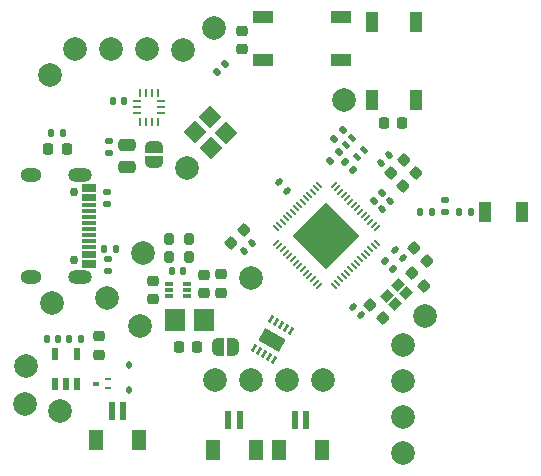
<source format=gbr>
%TF.GenerationSoftware,KiCad,Pcbnew,8.0.5*%
%TF.CreationDate,2024-11-10T02:34:48-05:00*%
%TF.ProjectId,swarm-pcb,73776172-6d2d-4706-9362-2e6b69636164,rev?*%
%TF.SameCoordinates,Original*%
%TF.FileFunction,Soldermask,Top*%
%TF.FilePolarity,Negative*%
%FSLAX46Y46*%
G04 Gerber Fmt 4.6, Leading zero omitted, Abs format (unit mm)*
G04 Created by KiCad (PCBNEW 8.0.5) date 2024-11-10 02:34:48*
%MOMM*%
%LPD*%
G01*
G04 APERTURE LIST*
G04 Aperture macros list*
%AMRoundRect*
0 Rectangle with rounded corners*
0 $1 Rounding radius*
0 $2 $3 $4 $5 $6 $7 $8 $9 X,Y pos of 4 corners*
0 Add a 4 corners polygon primitive as box body*
4,1,4,$2,$3,$4,$5,$6,$7,$8,$9,$2,$3,0*
0 Add four circle primitives for the rounded corners*
1,1,$1+$1,$2,$3*
1,1,$1+$1,$4,$5*
1,1,$1+$1,$6,$7*
1,1,$1+$1,$8,$9*
0 Add four rect primitives between the rounded corners*
20,1,$1+$1,$2,$3,$4,$5,0*
20,1,$1+$1,$4,$5,$6,$7,0*
20,1,$1+$1,$6,$7,$8,$9,0*
20,1,$1+$1,$8,$9,$2,$3,0*%
%AMRotRect*
0 Rectangle, with rotation*
0 The origin of the aperture is its center*
0 $1 length*
0 $2 width*
0 $3 Rotation angle, in degrees counterclockwise*
0 Add horizontal line*
21,1,$1,$2,0,0,$3*%
%AMFreePoly0*
4,1,19,0.500000,-0.750000,0.000000,-0.750000,0.000000,-0.744911,-0.071157,-0.744911,-0.207708,-0.704816,-0.327430,-0.627875,-0.420627,-0.520320,-0.479746,-0.390866,-0.500000,-0.250000,-0.500000,0.250000,-0.479746,0.390866,-0.420627,0.520320,-0.327430,0.627875,-0.207708,0.704816,-0.071157,0.744911,0.000000,0.744911,0.000000,0.750000,0.500000,0.750000,0.500000,-0.750000,0.500000,-0.750000,
$1*%
%AMFreePoly1*
4,1,19,0.000000,0.744911,0.071157,0.744911,0.207708,0.704816,0.327430,0.627875,0.420627,0.520320,0.479746,0.390866,0.500000,0.250000,0.500000,-0.250000,0.479746,-0.390866,0.420627,-0.520320,0.327430,-0.627875,0.207708,-0.704816,0.071157,-0.744911,0.000000,-0.744911,0.000000,-0.750000,-0.500000,-0.750000,-0.500000,0.750000,0.000000,0.750000,0.000000,0.744911,0.000000,0.744911,
$1*%
G04 Aperture macros list end*
%ADD10R,0.489002X0.434011*%
%ADD11R,0.489002X0.294006*%
%ADD12RoundRect,0.135000X0.135000X0.185000X-0.135000X0.185000X-0.135000X-0.185000X0.135000X-0.185000X0*%
%ADD13R,1.200000X1.800000*%
%ADD14R,0.600000X1.550013*%
%ADD15RoundRect,0.200000X-0.335876X-0.053033X-0.053033X-0.335876X0.335876X0.053033X0.053033X0.335876X0*%
%ADD16RoundRect,0.200000X0.335876X0.053033X0.053033X0.335876X-0.335876X-0.053033X-0.053033X-0.335876X0*%
%ADD17RotRect,1.400000X1.400000X315.000000*%
%ADD18RoundRect,0.225000X0.250000X-0.225000X0.250000X0.225000X-0.250000X0.225000X-0.250000X-0.225000X0*%
%ADD19RoundRect,0.200000X0.200000X0.275000X-0.200000X0.275000X-0.200000X-0.275000X0.200000X-0.275000X0*%
%ADD20RoundRect,0.147500X0.172500X-0.147500X0.172500X0.147500X-0.172500X0.147500X-0.172500X-0.147500X0*%
%ADD21RoundRect,0.225000X-0.250000X0.225000X-0.250000X-0.225000X0.250000X-0.225000X0.250000X0.225000X0*%
%ADD22RoundRect,0.218750X-0.218750X-0.256250X0.218750X-0.256250X0.218750X0.256250X-0.218750X0.256250X0*%
%ADD23C,2.000000*%
%ADD24RoundRect,0.135000X-0.035355X0.226274X-0.226274X0.035355X0.035355X-0.226274X0.226274X-0.035355X0*%
%ADD25R,0.600000X1.100000*%
%ADD26RoundRect,0.140000X-0.170000X0.140000X-0.170000X-0.140000X0.170000X-0.140000X0.170000X0.140000X0*%
%ADD27RoundRect,0.140000X0.219203X0.021213X0.021213X0.219203X-0.219203X-0.021213X-0.021213X-0.219203X0*%
%ADD28RoundRect,0.147500X0.017678X-0.226274X0.226274X-0.017678X-0.017678X0.226274X-0.226274X0.017678X0*%
%ADD29RoundRect,0.225000X-0.225000X-0.250000X0.225000X-0.250000X0.225000X0.250000X-0.225000X0.250000X0*%
%ADD30RoundRect,0.147500X0.147500X0.172500X-0.147500X0.172500X-0.147500X-0.172500X0.147500X-0.172500X0*%
%ADD31RotRect,0.250013X0.650013X150.000000*%
%ADD32RotRect,2.000000X1.200000X150.000000*%
%ADD33R,1.000000X1.700000*%
%ADD34R,1.000000X1.750013*%
%ADD35RoundRect,0.225000X0.017678X-0.335876X0.335876X-0.017678X-0.017678X0.335876X-0.335876X0.017678X0*%
%ADD36RoundRect,0.225000X-0.335876X-0.017678X-0.017678X-0.335876X0.335876X0.017678X0.017678X0.335876X0*%
%ADD37RoundRect,0.135000X0.185000X-0.135000X0.185000X0.135000X-0.185000X0.135000X-0.185000X-0.135000X0*%
%ADD38R,1.700000X1.000000*%
%ADD39RoundRect,0.050000X0.212132X0.282843X-0.282843X-0.212132X-0.212132X-0.282843X0.282843X0.212132X0*%
%ADD40RoundRect,0.050000X-0.212132X0.282843X-0.282843X0.212132X0.212132X-0.282843X0.282843X-0.212132X0*%
%ADD41RotRect,4.000000X4.000000X225.000000*%
%ADD42RoundRect,0.225000X0.225000X0.250000X-0.225000X0.250000X-0.225000X-0.250000X0.225000X-0.250000X0*%
%ADD43RotRect,0.400000X0.600000X225.000000*%
%ADD44FreePoly0,270.000000*%
%ADD45FreePoly1,270.000000*%
%ADD46RoundRect,0.085000X-0.265000X-0.085000X0.265000X-0.085000X0.265000X0.085000X-0.265000X0.085000X0*%
%ADD47R,1.724003X1.870003*%
%ADD48R,0.250013X0.650013*%
%ADD49R,0.650013X0.250013*%
%ADD50RoundRect,0.135000X-0.226274X-0.035355X-0.035355X-0.226274X0.226274X0.035355X0.035355X0.226274X0*%
%ADD51RoundRect,0.140000X0.021213X-0.219203X0.219203X-0.021213X-0.021213X0.219203X-0.219203X0.021213X0*%
%ADD52RoundRect,0.140000X-0.219203X-0.021213X-0.021213X-0.219203X0.219203X0.021213X0.021213X0.219203X0*%
%ADD53RoundRect,0.135000X-0.135000X-0.185000X0.135000X-0.185000X0.135000X0.185000X-0.135000X0.185000X0*%
%ADD54RotRect,0.875006X0.775006X225.000000*%
%ADD55RoundRect,0.250000X-0.475000X0.250000X-0.475000X-0.250000X0.475000X-0.250000X0.475000X0.250000X0*%
%ADD56C,0.750013*%
%ADD57O,2.000000X1.200000*%
%ADD58O,1.800000X1.200000*%
%ADD59R,1.300000X0.300000*%
%ADD60RoundRect,0.135000X0.226274X0.035355X0.035355X0.226274X-0.226274X-0.035355X-0.035355X-0.226274X0*%
%ADD61FreePoly0,180.000000*%
%ADD62FreePoly1,180.000000*%
%ADD63RoundRect,0.140000X-0.140000X-0.170000X0.140000X-0.170000X0.140000X0.170000X-0.140000X0.170000X0*%
%ADD64RoundRect,0.140000X0.140000X0.170000X-0.140000X0.170000X-0.140000X-0.170000X0.140000X-0.170000X0*%
%ADD65RoundRect,0.225000X-0.017678X0.335876X-0.335876X0.017678X0.017678X-0.335876X0.335876X-0.017678X0*%
%ADD66RoundRect,0.140000X-0.021213X0.219203X-0.219203X0.021213X0.021213X-0.219203X0.219203X-0.021213X0*%
%ADD67RoundRect,0.112500X-0.112500X0.187500X-0.112500X-0.187500X0.112500X-0.187500X0.112500X0.187500X0*%
%ADD68RoundRect,0.200000X-0.200000X-0.275000X0.200000X-0.275000X0.200000X0.275000X-0.200000X0.275000X0*%
G04 APERTURE END LIST*
D10*
%TO.C,Q301*%
X74162954Y-139550000D03*
D11*
X75222136Y-139149949D03*
X75222136Y-139950051D03*
%TD*%
D12*
%TO.C,R106*%
X101640001Y-125000000D03*
X102659999Y-125000000D03*
%TD*%
%TO.C,R105*%
X104940001Y-125000000D03*
X105959999Y-125000000D03*
%TD*%
D13*
%TO.C,U205*%
X89700025Y-145150064D03*
X93299975Y-145150064D03*
D14*
X91002032Y-142649936D03*
X92002032Y-142649936D03*
%TD*%
D13*
%TO.C,U206*%
X84100025Y-145150064D03*
X87699975Y-145150064D03*
D14*
X85402032Y-142649936D03*
X86402032Y-142649936D03*
%TD*%
D13*
%TO.C,U303*%
X74200000Y-144350000D03*
X77799950Y-144350000D03*
D14*
X75502007Y-141849872D03*
X76502007Y-141849872D03*
%TD*%
D15*
%TO.C,R204*%
X82666637Y-118366637D03*
X83833363Y-119533363D03*
%TD*%
D16*
%TO.C,R205*%
X85133363Y-118233363D03*
X83966637Y-117066637D03*
%TD*%
D17*
%TO.C,U204*%
X85197038Y-118347039D03*
X83939802Y-119604275D03*
X82592764Y-118257236D03*
X83850000Y-117000000D03*
%TD*%
D18*
%TO.C,C307*%
X83300000Y-131875000D03*
X83300000Y-130325000D03*
%TD*%
D19*
%TO.C,R306*%
X82025000Y-127325000D03*
X80375000Y-127325000D03*
%TD*%
D20*
%TO.C,L103*%
X103750000Y-124985000D03*
X103750000Y-124015000D03*
%TD*%
D21*
%TO.C,C112*%
X86550191Y-109650025D03*
X86550191Y-111200025D03*
%TD*%
D22*
%TO.C,D201*%
X70162500Y-119650000D03*
X71737500Y-119650000D03*
%TD*%
D23*
%TO.C,TP307*%
X75150000Y-132250000D03*
%TD*%
D24*
%TO.C,R202*%
X94036822Y-120682944D03*
X94758070Y-119961696D03*
%TD*%
D25*
%TO.C,U302*%
X70714058Y-136999898D03*
X72613982Y-136999898D03*
X72613982Y-139600102D03*
X71664020Y-139600102D03*
X70714058Y-139600102D03*
%TD*%
D26*
%TO.C,C201*%
X75250000Y-119020000D03*
X75250000Y-119980000D03*
%TD*%
D27*
%TO.C,C109*%
X90339411Y-123189411D03*
X89660589Y-122510589D03*
%TD*%
D28*
%TO.C,R103*%
X84457053Y-113142947D03*
X85142947Y-112457053D03*
%TD*%
D29*
%TO.C,C113*%
X98575000Y-117450000D03*
X100125000Y-117450000D03*
%TD*%
D30*
%TO.C,R302*%
X72885000Y-135800000D03*
X71915000Y-135800000D03*
%TD*%
D23*
%TO.C,TP209*%
X75450000Y-111250000D03*
%TD*%
D31*
%TO.C,U201*%
X90700000Y-135100001D03*
X90266877Y-134849937D03*
X89833974Y-134600001D03*
X89400852Y-134349937D03*
X88967949Y-134100001D03*
X87556468Y-136544757D03*
X87989371Y-136794694D03*
X88422494Y-137044757D03*
X88855396Y-137294694D03*
X89288519Y-137544757D03*
D32*
X89128234Y-135822379D03*
%TD*%
D23*
%TO.C,TP210*%
X72399999Y-111250000D03*
%TD*%
D33*
%TO.C,U105*%
X101250382Y-108950050D03*
X101250407Y-115550000D03*
X97549975Y-108950050D03*
X97550000Y-115550000D03*
%TD*%
D34*
%TO.C,U102*%
X107100000Y-125000000D03*
X110256210Y-125000000D03*
%TD*%
D35*
%TO.C,C102*%
X100158614Y-122820423D03*
X101254630Y-121724407D03*
%TD*%
D36*
%TO.C,C110*%
X101151992Y-128051992D03*
X102248008Y-129148008D03*
%TD*%
D37*
%TO.C,R102*%
X75100000Y-124310000D03*
X75100000Y-123290000D03*
%TD*%
D23*
%TO.C,TP202*%
X100200000Y-136250000D03*
%TD*%
D12*
%TO.C,R101*%
X75910000Y-128100000D03*
X74890000Y-128100000D03*
%TD*%
D18*
%TO.C,C306*%
X84800000Y-131850000D03*
X84800000Y-130300000D03*
%TD*%
D38*
%TO.C,U104*%
X94900166Y-112175216D03*
X88300216Y-112175241D03*
X94900166Y-108474809D03*
X88300216Y-108474834D03*
%TD*%
D36*
%TO.C,C115*%
X100901992Y-130151992D03*
X101998008Y-131248008D03*
%TD*%
%TO.C,C118*%
X97401992Y-132851992D03*
X98498008Y-133948008D03*
%TD*%
D39*
%TO.C,U103*%
X97977996Y-126398959D03*
X97695153Y-126116117D03*
X97412311Y-125833274D03*
X97129468Y-125550431D03*
X96846625Y-125267588D03*
X96563782Y-124984746D03*
X96280940Y-124701903D03*
X95998097Y-124419060D03*
X95715254Y-124136218D03*
X95432412Y-123853375D03*
X95149569Y-123570532D03*
X94866726Y-123287689D03*
X94583883Y-123004847D03*
X94301041Y-122722004D03*
D40*
X93098959Y-122722004D03*
X92816117Y-123004847D03*
X92533274Y-123287689D03*
X92250431Y-123570532D03*
X91967588Y-123853375D03*
X91684746Y-124136218D03*
X91401903Y-124419060D03*
X91119060Y-124701903D03*
X90836218Y-124984746D03*
X90553375Y-125267588D03*
X90270532Y-125550431D03*
X89987689Y-125833274D03*
X89704847Y-126116117D03*
X89422004Y-126398959D03*
D39*
X89422004Y-127601041D03*
X89704847Y-127883883D03*
X89987689Y-128166726D03*
X90270532Y-128449569D03*
X90553375Y-128732412D03*
X90836218Y-129015254D03*
X91119060Y-129298097D03*
X91401903Y-129580940D03*
X91684746Y-129863782D03*
X91967588Y-130146625D03*
X92250431Y-130429468D03*
X92533274Y-130712311D03*
X92816117Y-130995153D03*
X93098959Y-131277996D03*
D40*
X94301041Y-131277996D03*
X94583883Y-130995153D03*
X94866726Y-130712311D03*
X95149569Y-130429468D03*
X95432412Y-130146625D03*
X95715254Y-129863782D03*
X95998097Y-129580940D03*
X96280940Y-129298097D03*
X96563782Y-129015254D03*
X96846625Y-128732412D03*
X97129468Y-128449569D03*
X97412311Y-128166726D03*
X97695153Y-127883883D03*
X97977996Y-127601041D03*
D41*
X93700000Y-127000000D03*
%TD*%
D23*
%TO.C,TP214*%
X81850000Y-121250000D03*
%TD*%
D42*
%TO.C,C204*%
X82725000Y-136450000D03*
X81175000Y-136450000D03*
%TD*%
D43*
%TO.C,U203*%
X95322129Y-119337886D03*
X96312114Y-120327871D03*
X96877871Y-119762114D03*
X95887886Y-118772129D03*
%TD*%
D23*
%TO.C,TP102*%
X102050000Y-133800000D03*
%TD*%
D44*
%TO.C,JP202*%
X79100064Y-119499935D03*
D45*
X79100064Y-120799935D03*
%TD*%
D18*
%TO.C,C303*%
X74450000Y-137075000D03*
X74450000Y-135525000D03*
%TD*%
D46*
%TO.C,U301*%
X80350000Y-131100000D03*
X80350000Y-131600000D03*
X80350000Y-132100000D03*
X81850000Y-132100000D03*
X81850000Y-131600000D03*
X81850000Y-131100000D03*
%TD*%
D47*
%TO.C,L301*%
X80871908Y-134125000D03*
X83328092Y-134125000D03*
%TD*%
D23*
%TO.C,TP201*%
X100200000Y-139300000D03*
%TD*%
%TO.C,TP212*%
X78500000Y-111250000D03*
%TD*%
%TO.C,TP304*%
X68150000Y-141250000D03*
%TD*%
%TO.C,TP301*%
X87350000Y-130600000D03*
%TD*%
D28*
%TO.C,L101*%
X97706622Y-124072415D03*
X98392516Y-123386521D03*
%TD*%
D48*
%TO.C,U202*%
X79450128Y-114899872D03*
X78950000Y-114899872D03*
X78450128Y-114899872D03*
X77950000Y-114899872D03*
D49*
X77700064Y-115649936D03*
X77700064Y-116149809D03*
X77700064Y-116649936D03*
D48*
X77950000Y-117400000D03*
X78450128Y-117400000D03*
X78950000Y-117400000D03*
X79450128Y-117400000D03*
D49*
X79700064Y-116649936D03*
X79700064Y-116149809D03*
X79700064Y-115649936D03*
%TD*%
D23*
%TO.C,TP305*%
X68250000Y-138050000D03*
%TD*%
D50*
%TO.C,R104*%
X98628752Y-129128752D03*
X99350000Y-129850000D03*
%TD*%
D51*
%TO.C,C106*%
X98417265Y-124775986D03*
X99096087Y-124097164D03*
%TD*%
D52*
%TO.C,C108*%
X99510589Y-128260589D03*
X100189411Y-128939411D03*
%TD*%
D23*
%TO.C,TP213*%
X70300000Y-113450000D03*
%TD*%
D51*
%TO.C,C104*%
X98310158Y-120868879D03*
X98988980Y-120190057D03*
%TD*%
D53*
%TO.C,R206*%
X70390000Y-118350000D03*
X71410000Y-118350000D03*
%TD*%
D54*
%TO.C,X101*%
X98853809Y-132106147D03*
X99543853Y-132796191D03*
X100446191Y-131893853D03*
X99756147Y-131203809D03*
%TD*%
D24*
%TO.C,R203*%
X94339376Y-118810624D03*
X95060624Y-118089376D03*
%TD*%
D55*
%TO.C,C202*%
X76800000Y-119300000D03*
X76800000Y-121200000D03*
%TD*%
D56*
%TO.C,U101*%
X72354121Y-123300076D03*
X72354121Y-129099924D03*
D57*
X72854248Y-121874879D03*
X72854248Y-130525121D03*
D58*
X68674416Y-130525121D03*
X68674416Y-121874879D03*
D59*
X73622600Y-122849987D03*
X73622600Y-123650089D03*
X73622600Y-124950064D03*
X73622600Y-125950064D03*
X73622600Y-126449936D03*
X73622600Y-127449682D03*
X73622600Y-128750165D03*
X73622600Y-129550013D03*
X73622600Y-129250038D03*
X73622600Y-128449936D03*
X73622600Y-127950064D03*
X73622600Y-126950064D03*
X73622600Y-125449936D03*
X73622600Y-124449936D03*
X73622600Y-123950064D03*
X73622600Y-123149962D03*
%TD*%
D30*
%TO.C,R304*%
X70985000Y-135800000D03*
X70015000Y-135800000D03*
%TD*%
D52*
%TO.C,C103*%
X95910589Y-133060589D03*
X96589411Y-133739411D03*
%TD*%
D23*
%TO.C,TP206*%
X90350000Y-139250000D03*
%TD*%
%TO.C,TP211*%
X81550000Y-111300000D03*
%TD*%
D18*
%TO.C,C304*%
X79000000Y-132375000D03*
X79000000Y-130825000D03*
%TD*%
D60*
%TO.C,R201*%
X95239376Y-120739376D03*
X95960624Y-121460624D03*
%TD*%
D61*
%TO.C,JP201*%
X85800001Y-136450000D03*
D62*
X84500001Y-136450000D03*
%TD*%
D23*
%TO.C,TP208*%
X84300000Y-139250000D03*
%TD*%
%TO.C,TP303*%
X71100000Y-141900000D03*
%TD*%
D63*
%TO.C,C305*%
X80620000Y-130025000D03*
X81580000Y-130025000D03*
%TD*%
D23*
%TO.C,TP203*%
X100200000Y-145400000D03*
%TD*%
%TO.C,TP207*%
X87350000Y-139250000D03*
%TD*%
D64*
%TO.C,C203*%
X76580000Y-115600000D03*
X75620000Y-115600000D03*
%TD*%
D35*
%TO.C,C101*%
X99158614Y-121720423D03*
X100254630Y-120624407D03*
%TD*%
D23*
%TO.C,TP205*%
X93400000Y-139250000D03*
%TD*%
D65*
%TO.C,C105*%
X86748008Y-126551992D03*
X85651992Y-127648008D03*
%TD*%
D23*
%TO.C,TP302*%
X77900000Y-134650000D03*
%TD*%
D26*
%TO.C,C114*%
X75200000Y-129020000D03*
X75200000Y-129980000D03*
%TD*%
D23*
%TO.C,TP306*%
X78150000Y-128500000D03*
%TD*%
D66*
%TO.C,C107*%
X87402081Y-127594974D03*
X86723259Y-128273796D03*
%TD*%
D23*
%TO.C,TP204*%
X100200000Y-142350001D03*
%TD*%
D67*
%TO.C,D301*%
X77000000Y-138000000D03*
X77000000Y-140100000D03*
%TD*%
D68*
%TO.C,R305*%
X80375000Y-128800001D03*
X82025000Y-128800001D03*
%TD*%
D23*
%TO.C,TP103*%
X95200000Y-115550000D03*
%TD*%
%TO.C,TP101*%
X70500000Y-132700000D03*
%TD*%
%TO.C,TP104*%
X84200000Y-109400000D03*
%TD*%
M02*

</source>
